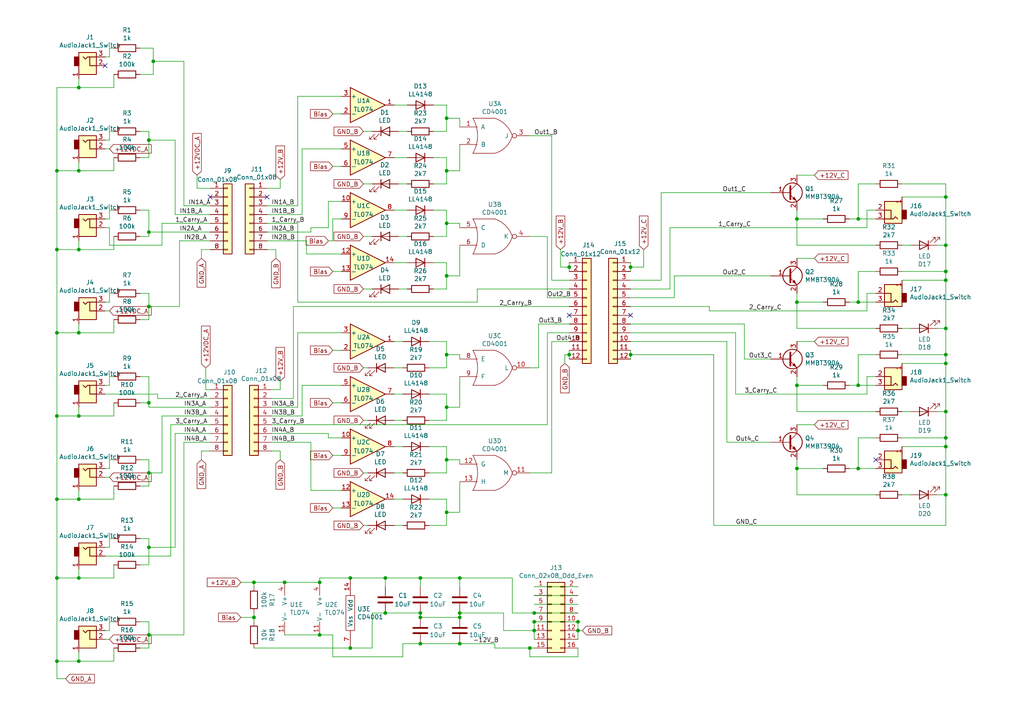
<source format=kicad_sch>
(kicad_sch (version 20250114) (generator "eeschema") (generator_version "9.0")
  (paper "A4")
  (junction (at 121.92 177.8))
  (junction (at 133.35 179.07))
  (junction (at 101.6 167.64))
  (junction (at 92.71 184.15))
  (junction (at 248.92 111.76))
  (junction (at 165.1 102.87))
  (junction (at 274.32 95.25))
  (junction (at 111.76 167.64))
  (junction (at 22.86 25.4))
  (junction (at 43.18 88.9))
  (junction (at 73.66 179.07))
  (junction (at 22.86 191.77))
  (junction (at 274.32 102.87))
  (junction (at 16.51 72.39))
  (junction (at 22.86 120.65))
  (junction (at 248.92 63.5))
  (junction (at 231.14 63.5))
  (junction (at 274.32 71.12))
  (junction (at 22.86 49.53))
  (junction (at 167.64 180.34))
  (junction (at 22.86 72.39))
  (junction (at 274.32 119.38))
  (junction (at 248.92 135.89))
  (junction (at 167.64 182.88))
  (junction (at 16.51 49.53))
  (junction (at 22.86 167.64))
  (junction (at 274.32 81.28))
  (junction (at 129.54 133.35))
  (junction (at 43.18 40.64))
  (junction (at 154.94 180.34))
  (junction (at 16.51 120.65))
  (junction (at 274.32 127))
  (junction (at 274.32 105.41))
  (junction (at 43.18 158.75))
  (junction (at 16.51 191.77))
  (junction (at 73.66 168.91))
  (junction (at 129.54 34.29))
  (junction (at 121.92 167.64))
  (junction (at 182.88 102.87))
  (junction (at 82.55 168.91))
  (junction (at 92.71 168.91))
  (junction (at 231.14 135.89))
  (junction (at 43.18 137.16))
  (junction (at 274.32 143.51))
  (junction (at 274.32 78.74))
  (junction (at 154.94 177.8))
  (junction (at 16.51 144.78))
  (junction (at 44.45 17.78))
  (junction (at 248.92 87.63))
  (junction (at 129.54 64.77))
  (junction (at 16.51 167.64))
  (junction (at 274.32 129.54))
  (junction (at 129.54 148.59))
  (junction (at 43.18 184.15))
  (junction (at 43.18 116.84))
  (junction (at 22.86 144.78))
  (junction (at 111.76 177.8))
  (junction (at 129.54 80.01))
  (junction (at 231.14 111.76))
  (junction (at 182.88 77.47))
  (junction (at 121.92 179.07))
  (junction (at 133.35 167.64))
  (junction (at 101.6 187.96))
  (junction (at 165.1 77.47))
  (junction (at 129.54 49.53))
  (junction (at 231.14 87.63))
  (junction (at 154.94 182.88))
  (junction (at 43.18 67.31))
  (junction (at 274.32 57.15))
  (junction (at 16.51 96.52))
  (junction (at 22.86 96.52))
  (junction (at 121.92 186.69))
  (junction (at 153.67 187.96))
  (junction (at 133.35 177.8))
  (junction (at 133.35 186.69))
  (junction (at 129.54 102.87))
  (junction (at 129.54 118.11))
  (no_connect (at 30.48 19.05))
  (no_connect (at 60.96 57.15))
  (no_connect (at 254 133.35))
  (no_connect (at 77.47 57.15))
  (no_connect (at 165.1 91.44))
  (no_connect (at 182.88 91.44))
  (wire (pts (xy 43.18 40.64) (xy 43.18 45.72)))
  (wire (pts (xy 129.54 45.72) (xy 129.54 49.53)))
  (wire (pts (xy 129.54 64.77) (xy 133.35 64.77)))
  (wire (pts (xy 43.18 116.84) (xy 40.64 116.84)))
  (wire (pts (xy 30.48 63.5) (xy 31.75 63.5)))
  (wire (pts (xy 158.75 96.52) (xy 165.1 96.52)))
  (wire (pts (xy 22.86 49.53) (xy 33.02 49.53)))
  (wire (pts (xy 210.82 128.27) (xy 223.52 128.27)))
  (wire (pts (xy 129.54 114.3) (xy 129.54 118.11)))
  (wire (pts (xy 167.64 180.34) (xy 154.94 180.34)))
  (wire (pts (xy 78.74 123.19) (xy 158.75 123.19)))
  (wire (pts (xy 16.51 25.4) (xy 16.51 49.53)))
  (wire (pts (xy 124.46 99.06) (xy 129.54 99.06)))
  (wire (pts (xy 195.58 80.01) (xy 223.52 80.01)))
  (wire (pts (xy 129.54 133.35) (xy 129.54 137.16)))
  (wire (pts (xy 86.36 118.11) (xy 86.36 96.52)))
  (wire (pts (xy 133.35 34.29) (xy 129.54 34.29)))
  (wire (pts (xy 114.3 99.06) (xy 116.84 99.06)))
  (wire (pts (xy 133.35 177.8) (xy 146.05 177.8)))
  (wire (pts (xy 133.35 118.11) (xy 133.35 109.22)))
  (wire (pts (xy 43.18 140.97) (xy 40.64 140.97)))
  (wire (pts (xy 43.18 67.31) (xy 43.18 68.58)))
  (wire (pts (xy 86.36 27.94) (xy 86.36 59.69)))
  (wire (pts (xy 60.96 125.73) (xy 50.8 125.73)))
  (wire (pts (xy 44.45 17.78) (xy 44.45 21.59)))
  (wire (pts (xy 82.55 184.15) (xy 92.71 184.15)))
  (wire (pts (xy 85.09 88.9) (xy 85.09 115.57)))
  (wire (pts (xy 87.63 43.18) (xy 87.63 62.23)))
  (wire (pts (xy 153.67 137.16) (xy 160.02 137.16)))
  (wire (pts (xy 22.86 191.77) (xy 16.51 191.77)))
  (wire (pts (xy 73.66 179.07) (xy 73.66 180.34)))
  (wire (pts (xy 81.28 54.61) (xy 77.47 54.61)))
  (wire (pts (xy 153.67 190.5) (xy 167.64 190.5)))
  (wire (pts (xy 165.1 102.87) (xy 165.1 104.14)))
  (wire (pts (xy 95.25 58.42) (xy 99.06 58.42)))
  (wire (pts (xy 31.75 71.12) (xy 31.75 66.04)))
  (wire (pts (xy 146.05 177.8) (xy 146.05 182.88)))
  (wire (pts (xy 274.32 95.25) (xy 274.32 102.87)))
  (wire (pts (xy 114.3 76.2) (xy 118.11 76.2)))
  (wire (pts (xy 129.54 99.06) (xy 129.54 102.87)))
  (wire (pts (xy 156.21 93.98) (xy 165.1 93.98)))
  (wire (pts (xy 86.36 96.52) (xy 99.06 96.52)))
  (wire (pts (xy 118.11 38.1) (xy 115.57 38.1)))
  (wire (pts (xy 254 78.74) (xy 248.92 78.74)))
  (wire (pts (xy 121.92 167.64) (xy 121.92 170.18)))
  (wire (pts (xy 40.64 60.96) (xy 43.18 60.96)))
  (wire (pts (xy 261.62 127) (xy 274.32 127)))
  (wire (pts (xy 153.67 187.96) (xy 153.67 190.5)))
  (wire (pts (xy 31.75 138.43) (xy 30.48 138.43)))
  (wire (pts (xy 274.32 127) (xy 274.32 129.54)))
  (wire (pts (xy 251.46 109.22) (xy 251.46 114.3)))
  (wire (pts (xy 182.88 78.74) (xy 182.88 77.47)))
  (wire (pts (xy 82.55 168.91) (xy 92.71 168.91)))
  (wire (pts (xy 254 60.96) (xy 251.46 60.96)))
  (wire (pts (xy 33.02 68.58) (xy 33.02 72.39)))
  (wire (pts (xy 95.25 66.04) (xy 95.25 58.42)))
  (wire (pts (xy 133.35 80.01) (xy 133.35 71.12)))
  (wire (pts (xy 22.86 142.24) (xy 22.86 144.78)))
  (wire (pts (xy 274.32 53.34) (xy 274.32 57.15)))
  (wire (pts (xy 95.25 125.73) (xy 95.25 127)))
  (wire (pts (xy 22.86 46.99) (xy 22.86 49.53)))
  (wire (pts (xy 165.1 81.28) (xy 160.02 81.28)))
  (wire (pts (xy 121.92 186.69) (xy 133.35 186.69)))
  (wire (pts (xy 124.46 114.3) (xy 129.54 114.3)))
  (wire (pts (xy 274.32 81.28) (xy 261.62 81.28)))
  (wire (pts (xy 22.86 191.77) (xy 33.02 191.77)))
  (wire (pts (xy 248.92 63.5) (xy 254 63.5)))
  (wire (pts (xy 96.52 69.85) (xy 95.25 69.85)))
  (wire (pts (xy 85.09 88.9) (xy 165.1 88.9)))
  (wire (pts (xy 31.75 158.75) (xy 31.75 156.21)))
  (wire (pts (xy 274.32 71.12) (xy 274.32 78.74)))
  (wire (pts (xy 31.75 180.34) (xy 33.02 180.34)))
  (wire (pts (xy 30.48 111.76) (xy 31.75 111.76)))
  (wire (pts (xy 77.47 59.69) (xy 86.36 59.69)))
  (wire (pts (xy 246.38 87.63) (xy 248.92 87.63)))
  (wire (pts (xy 31.75 13.97) (xy 33.02 13.97)))
  (wire (pts (xy 43.18 180.34) (xy 43.18 184.15)))
  (wire (pts (xy 77.47 62.23) (xy 87.63 62.23)))
  (wire (pts (xy 78.74 120.65) (xy 87.63 120.65)))
  (wire (pts (xy 153.67 106.68) (xy 156.21 106.68)))
  (wire (pts (xy 33.02 45.72) (xy 33.02 49.53)))
  (wire (pts (xy 43.18 68.58) (xy 40.64 68.58)))
  (wire (pts (xy 99.06 73.66) (xy 88.9 73.66)))
  (wire (pts (xy 121.92 177.8) (xy 121.92 179.07)))
  (wire (pts (xy 261.62 53.34) (xy 274.32 53.34)))
  (wire (pts (xy 107.95 177.8) (xy 111.76 177.8)))
  (wire (pts (xy 121.92 179.07) (xy 133.35 179.07)))
  (wire (pts (xy 52.07 69.85) (xy 52.07 88.9)))
  (wire (pts (xy 31.75 135.89) (xy 31.75 133.35)))
  (wire (pts (xy 205.74 88.9) (xy 182.88 88.9)))
  (wire (pts (xy 231.14 71.12) (xy 231.14 63.5)))
  (wire (pts (xy 271.78 71.12) (xy 274.32 71.12)))
  (wire (pts (xy 77.47 72.39) (xy 80.01 72.39)))
  (wire (pts (xy 143.51 186.69) (xy 133.35 186.69)))
  (wire (pts (xy 129.54 83.82) (xy 125.73 83.82)))
  (wire (pts (xy 99.06 132.08) (xy 96.52 132.08)))
  (wire (pts (xy 73.66 168.91) (xy 73.66 170.18)))
  (wire (pts (xy 33.02 163.83) (xy 33.02 167.64)))
  (wire (pts (xy 231.14 87.63) (xy 231.14 85.09)))
  (wire (pts (xy 44.45 13.97) (xy 44.45 17.78)))
  (wire (pts (xy 59.69 113.03) (xy 59.69 106.68)))
  (wire (pts (xy 129.54 38.1) (xy 125.73 38.1)))
  (wire (pts (xy 133.35 134.62) (xy 133.35 133.35)))
  (wire (pts (xy 44.45 17.78) (xy 53.34 17.78)))
  (wire (pts (xy 191.77 81.28) (xy 182.88 81.28)))
  (wire (pts (xy 106.68 106.68) (xy 105.41 106.68)))
  (wire (pts (xy 43.18 60.96) (xy 43.18 67.31)))
  (wire (pts (xy 182.88 102.87) (xy 207.01 102.87)))
  (wire (pts (xy 30.48 158.75) (xy 31.75 158.75)))
  (wire (pts (xy 251.46 90.17) (xy 205.74 90.17)))
  (wire (pts (xy 186.69 77.47) (xy 182.88 77.47)))
  (wire (pts (xy 106.68 137.16) (xy 105.41 137.16)))
  (wire (pts (xy 33.02 116.84) (xy 33.02 120.65)))
  (wire (pts (xy 99.06 116.84) (xy 96.52 116.84)))
  (wire (pts (xy 114.3 129.54) (xy 116.84 129.54)))
  (wire (pts (xy 133.35 102.87) (xy 129.54 102.87)))
  (wire (pts (xy 90.17 67.31) (xy 90.17 66.04)))
  (wire (pts (xy 16.51 49.53) (xy 16.51 72.39)))
  (wire (pts (xy 85.09 115.57) (xy 78.74 115.57)))
  (wire (pts (xy 43.18 118.11) (xy 43.18 116.84)))
  (wire (pts (xy 43.18 38.1) (xy 43.18 40.64)))
  (wire (pts (xy 43.18 85.09) (xy 43.18 88.9)))
  (wire (pts (xy 46.99 120.65) (xy 46.99 137.16)))
  (wire (pts (xy 154.94 187.96) (xy 153.67 187.96)))
  (wire (pts (xy 182.88 102.87) (xy 182.88 101.6)))
  (wire (pts (xy 261.62 95.25) (xy 264.16 95.25)))
  (wire (pts (xy 60.96 128.27) (xy 53.34 128.27)))
  (wire (pts (xy 158.75 68.58) (xy 158.75 86.36)))
  (wire (pts (xy 22.86 189.23) (xy 22.86 191.77)))
  (wire (pts (xy 81.28 130.81) (xy 81.28 133.35)))
  (wire (pts (xy 31.75 87.63) (xy 31.75 85.09)))
  (wire (pts (xy 182.88 77.47) (xy 182.88 76.2)))
  (wire (pts (xy 22.86 93.98) (xy 22.86 96.52)))
  (wire (pts (xy 107.95 53.34) (xy 105.41 53.34)))
  (wire (pts (xy 116.84 152.4) (xy 114.3 152.4)))
  (wire (pts (xy 158.75 86.36) (xy 165.1 86.36)))
  (wire (pts (xy 195.58 86.36) (xy 182.88 86.36)))
  (wire (pts (xy 22.86 120.65) (xy 16.51 120.65)))
  (wire (pts (xy 114.3 30.48) (xy 118.11 30.48)))
  (wire (pts (xy 156.21 106.68) (xy 156.21 93.98)))
  (wire (pts (xy 261.62 78.74) (xy 274.32 78.74)))
  (wire (pts (xy 31.75 38.1) (xy 33.02 38.1)))
  (wire (pts (xy 46.99 71.12) (xy 31.75 71.12)))
  (wire (pts (xy 231.14 74.93) (xy 236.22 74.93)))
  (wire (pts (xy 92.71 184.15) (xy 96.52 184.15)))
  (wire (pts (xy 191.77 55.88) (xy 191.77 81.28)))
  (wire (pts (xy 129.54 64.77) (xy 129.54 68.58)))
  (wire (pts (xy 153.67 68.58) (xy 158.75 68.58)))
  (wire (pts (xy 248.92 127) (xy 248.92 135.89)))
  (wire (pts (xy 167.64 177.8) (xy 154.94 177.8)))
  (wire (pts (xy 40.64 38.1) (xy 43.18 38.1)))
  (wire (pts (xy 43.18 158.75) (xy 43.18 163.83)))
  (wire (pts (xy 30.48 135.89) (xy 31.75 135.89)))
  (wire (pts (xy 165.1 77.47) (xy 165.1 76.2)))
  (wire (pts (xy 16.51 96.52) (xy 16.51 120.65)))
  (wire (pts (xy 215.9 93.98) (xy 215.9 104.14)))
  (wire (pts (xy 182.88 104.14) (xy 182.88 102.87)))
  (wire (pts (xy 92.71 167.64) (xy 101.6 167.64)))
  (wire (pts (xy 69.85 168.91) (xy 73.66 168.91)))
  (wire (pts (xy 129.54 80.01) (xy 133.35 80.01)))
  (wire (pts (xy 45.72 115.57) (xy 60.96 115.57)))
  (wire (pts (xy 118.11 68.58) (xy 115.57 68.58)))
  (wire (pts (xy 186.69 72.39) (xy 186.69 77.47)))
  (wire (pts (xy 191.77 55.88) (xy 223.52 55.88)))
  (wire (pts (xy 246.38 111.76) (xy 248.92 111.76)))
  (wire (pts (xy 129.54 106.68) (xy 124.46 106.68)))
  (wire (pts (xy 81.28 110.49) (xy 81.28 113.03)))
  (wire (pts (xy 116.84 137.16) (xy 114.3 137.16)))
  (wire (pts (xy 30.48 16.51) (xy 31.75 16.51)))
  (wire (pts (xy 22.86 165.1) (xy 22.86 167.64)))
  (wire (pts (xy 138.43 83.82) (xy 138.43 87.63)))
  (wire (pts (xy 22.86 25.4) (xy 33.02 25.4)))
  (wire (pts (xy 44.45 21.59) (xy 40.64 21.59)))
  (wire (pts (xy 78.74 118.11) (xy 86.36 118.11)))
  (wire (pts (xy 231.14 111.76) (xy 231.14 109.22)))
  (wire (pts (xy 16.51 167.64) (xy 22.86 167.64)))
  (wire (pts (xy 158.75 123.19) (xy 158.75 96.52)))
  (wire (pts (xy 33.02 92.71) (xy 33.02 96.52)))
  (wire (pts (xy 129.54 121.92) (xy 124.46 121.92)))
  (wire (pts (xy 165.1 83.82) (xy 138.43 83.82)))
  (wire (pts (xy 46.99 71.12) (xy 46.99 64.77)))
  (wire (pts (xy 99.06 101.6) (xy 96.52 101.6)))
  (wire (pts (xy 248.92 111.76) (xy 254 111.76)))
  (wire (pts (xy 60.96 120.65) (xy 46.99 120.65)))
  (wire (pts (xy 129.54 118.11) (xy 129.54 121.92)))
  (wire (pts (xy 124.46 144.78) (xy 129.54 144.78)))
  (wire (pts (xy 40.64 156.21) (xy 43.18 156.21)))
  (wire (pts (xy 168.91 182.88) (xy 167.64 182.88)))
  (wire (pts (xy 40.64 133.35) (xy 43.18 133.35)))
  (wire (pts (xy 107.95 83.82) (xy 105.41 83.82)))
  (wire (pts (xy 114.3 144.78) (xy 116.84 144.78)))
  (wire (pts (xy 154.94 182.88) (xy 154.94 185.42)))
  (wire (pts (xy 16.51 144.78) (xy 16.51 167.64)))
  (wire (pts (xy 194.31 83.82) (xy 182.88 83.82)))
  (wire (pts (xy 60.96 123.19) (xy 49.53 123.19)))
  (wire (pts (xy 231.14 135.89) (xy 231.14 133.35)))
  (wire (pts (xy 43.18 88.9) (xy 43.18 92.71)))
  (wire (pts (xy 16.51 72.39) (xy 16.51 96.52)))
  (wire (pts (xy 238.76 135.89) (xy 231.14 135.89)))
  (wire (pts (xy 69.85 179.07) (xy 73.66 179.07)))
  (wire (pts (xy 111.76 167.64) (xy 111.76 170.18)))
  (wire (pts (xy 16.51 196.85) (xy 19.05 196.85)))
  (wire (pts (xy 31.75 85.09) (xy 33.02 85.09)))
  (wire (pts (xy 248.92 102.87) (xy 248.92 111.76)))
  (wire (pts (xy 43.18 109.22) (xy 43.18 116.84)))
  (wire (pts (xy 88.9 69.85) (xy 88.9 73.66)))
  (wire (pts (xy 143.51 187.96) (xy 143.51 186.69)))
  (wire (pts (xy 129.54 137.16) (xy 124.46 137.16)))
  (wire (pts (xy 53.34 128.27) (xy 53.34 184.15)))
  (wire (pts (xy 238.76 63.5) (xy 231.14 63.5)))
  (wire (pts (xy 99.06 63.5) (xy 96.52 63.5)))
  (wire (pts (xy 114.3 45.72) (xy 118.11 45.72)))
  (wire (pts (xy 81.28 52.07) (xy 81.28 54.61)))
  (wire (pts (xy 231.14 119.38) (xy 231.14 111.76)))
  (wire (pts (xy 30.48 87.63) (xy 31.75 87.63)))
  (wire (pts (xy 22.86 25.4) (xy 16.51 25.4)))
  (wire (pts (xy 60.96 113.03) (xy 59.69 113.03)))
  (wire (pts (xy 107.95 68.58) (xy 105.41 68.58)))
  (wire (pts (xy 43.18 40.64) (xy 50.8 40.64)))
  (wire (pts (xy 116.84 190.5) (xy 116.84 186.69)))
  (wire (pts (xy 251.46 85.09) (xy 251.46 90.17)))
  (wire (pts (xy 16.51 191.77) (xy 16.51 167.64)))
  (wire (pts (xy 274.32 105.41) (xy 261.62 105.41)))
  (wire (pts (xy 22.86 96.52) (xy 33.02 96.52)))
  (wire (pts (xy 125.73 45.72) (xy 129.54 45.72)))
  (wire (pts (xy 78.74 128.27) (xy 90.17 128.27)))
  (wire (pts (xy 274.32 105.41) (xy 274.32 119.38)))
  (wire (pts (xy 261.62 57.15) (xy 274.32 57.15)))
  (wire (pts (xy 274.32 78.74) (xy 274.32 81.28)))
  (wire (pts (xy 60.96 59.69) (xy 53.34 59.69)))
  (wire (pts (xy 22.86 72.39) (xy 33.02 72.39)))
  (wire (pts (xy 254 109.22) (xy 251.46 109.22)))
  (wire (pts (xy 160.02 137.16) (xy 160.02 99.06)))
  (wire (pts (xy 49.53 123.19) (xy 49.53 161.29)))
  (wire (pts (xy 167.64 182.88) (xy 167.64 185.42)))
  (wire (pts (xy 146.05 182.88) (xy 154.94 182.88)))
  (wire (pts (xy 31.75 133.35) (xy 33.02 133.35)))
  (wire (pts (xy 125.73 60.96) (xy 129.54 60.96)))
  (wire (pts (xy 31.75 156.21) (xy 33.02 156.21)))
  (wire (pts (xy 52.07 88.9) (xy 43.18 88.9)))
  (wire (pts (xy 40.64 180.34) (xy 43.18 180.34)))
  (wire (pts (xy 246.38 135.89) (xy 248.92 135.89)))
  (wire (pts (xy 90.17 128.27) (xy 90.17 142.24)))
  (wire (pts (xy 213.36 114.3) (xy 213.36 96.52)))
  (wire (pts (xy 261.62 71.12) (xy 264.16 71.12)))
  (wire (pts (xy 271.78 143.51) (xy 274.32 143.51)))
  (wire (pts (xy 22.86 72.39) (xy 16.51 72.39)))
  (wire (pts (xy 148.59 177.8) (xy 148.59 167.64)))
  (wire (pts (xy 22.86 22.86) (xy 22.86 25.4)))
  (wire (pts (xy 33.02 140.97) (xy 33.02 144.78)))
  (wire (pts (xy 165.1 78.74) (xy 165.1 77.47)))
  (wire (pts (xy 238.76 111.76) (xy 231.14 111.76)))
  (wire (pts (xy 22.86 96.52) (xy 16.51 96.52)))
  (wire (pts (xy 160.02 81.28) (xy 160.02 39.37)))
  (wire (pts (xy 271.78 95.25) (xy 274.32 95.25)))
  (wire (pts (xy 125.73 76.2) (xy 129.54 76.2)))
  (wire (pts (xy 43.18 133.35) (xy 43.18 137.16)))
  (wire (pts (xy 58.42 130.81) (xy 58.42 133.35)))
  (wire (pts (xy 129.54 144.78) (xy 129.54 148.59)))
  (wire (pts (xy 78.74 125.73) (xy 95.25 125.73)))
  (wire (pts (xy 60.96 67.31) (xy 43.18 67.31)))
  (wire (pts (xy 274.32 119.38) (xy 274.32 127)))
  (wire (pts (xy 254 119.38) (xy 231.14 119.38)))
  (wire (pts (xy 160.02 99.06) (xy 165.1 99.06)))
  (wire (pts (xy 31.75 40.64) (xy 31.75 38.1)))
  (wire (pts (xy 133.35 64.77) (xy 133.35 66.04)))
  (wire (pts (xy 22.86 49.53) (xy 16.51 49.53)))
  (wire (pts (xy 60.96 130.81) (xy 58.42 130.81)))
  (wire (pts (xy 271.78 119.38) (xy 274.32 119.38)))
  (wire (pts (xy 116.84 106.68) (xy 114.3 106.68)))
  (wire (pts (xy 248.92 87.63) (xy 254 87.63)))
  (wire (pts (xy 16.51 196.85) (xy 16.51 191.77)))
  (wire (pts (xy 114.3 60.96) (xy 118.11 60.96)))
  (wire (pts (xy 248.92 135.89) (xy 254 135.89)))
  (wire (pts (xy 118.11 53.34) (xy 115.57 53.34)))
  (wire (pts (xy 124.46 129.54) (xy 129.54 129.54)))
  (wire (pts (xy 210.82 99.06) (xy 210.82 128.27)))
  (wire (pts (xy 50.8 40.64) (xy 50.8 62.23)))
  (wire (pts (xy 31.75 63.5) (xy 31.75 60.96)))
  (wire (pts (xy 60.96 69.85) (xy 52.07 69.85)))
  (wire (pts (xy 30.48 161.29) (xy 49.53 161.29)))
  (wire (pts (xy 274.32 81.28) (xy 274.32 95.25)))
  (wire (pts (xy 22.86 118.11) (xy 22.86 120.65)))
  (wire (pts (xy 194.31 66.04) (xy 194.31 83.82)))
  (wire (pts (xy 40.64 13.97) (xy 44.45 13.97)))
  (wire (pts (xy 60.96 54.61) (xy 57.15 54.61)))
  (wire (pts (xy 261.62 143.51) (xy 264.16 143.51)))
  (wire (pts (xy 30.48 43.18) (xy 31.75 43.18)))
  (wire (pts (xy 31.75 111.76) (xy 31.75 109.22)))
  (wire (pts (xy 167.64 175.26) (xy 154.94 175.26)))
  (wire (pts (xy 31.75 90.17) (xy 30.48 90.17)))
  (wire (pts (xy 58.42 72.39) (xy 58.42 74.93)))
  (wire (pts (xy 118.11 83.82) (xy 115.57 83.82)))
  (wire (pts (xy 99.06 48.26) (xy 96.52 48.26)))
  (wire (pts (xy 46.99 137.16) (xy 43.18 137.16)))
  (wire (pts (xy 129.54 60.96) (xy 129.54 64.77)))
  (wire (pts (xy 22.86 144.78) (xy 33.02 144.78)))
  (wire (pts (xy 231.14 143.51) (xy 231.14 135.89)))
  (wire (pts (xy 31.75 66.04) (xy 30.48 66.04)))
  (wire (pts (xy 138.43 87.63) (xy 86.36 87.63)))
  (wire (pts (xy 33.02 187.96) (xy 33.02 191.77)))
  (wire (pts (xy 129.54 129.54) (xy 129.54 133.35)))
  (wire (pts (xy 43.18 163.83) (xy 40.64 163.83)))
  (wire (pts (xy 129.54 68.58) (xy 125.73 68.58)))
  (wire (pts (xy 78.74 130.81) (xy 81.28 130.81)))
  (wire (pts (xy 248.92 78.74) (xy 248.92 87.63)))
  (wire (pts (xy 129.54 76.2) (xy 129.54 80.01)))
  (wire (pts (xy 125.73 30.48) (xy 129.54 30.48)))
  (wire (pts (xy 182.88 99.06) (xy 210.82 99.06)))
  (wire (pts (xy 43.18 137.16) (xy 43.18 140.97)))
  (wire (pts (xy 96.52 184.15) (xy 96.52 190.5)))
  (wire (pts (xy 43.18 184.15) (xy 43.18 187.96)))
  (wire (pts (xy 43.18 45.72) (xy 40.64 45.72)))
  (wire (pts (xy 60.96 62.23) (xy 50.8 62.23)))
  (wire (pts (xy 96.52 190.5) (xy 116.84 190.5)))
  (wire (pts (xy 215.9 104.14) (xy 223.52 104.14)))
  (wire (pts (xy 194.31 66.04) (xy 251.46 66.04)))
  (wire (pts (xy 101.6 187.96) (xy 107.95 187.96)))
  (wire (pts (xy 129.54 148.59) (xy 133.35 148.59)))
  (wire (pts (xy 231.14 95.25) (xy 231.14 87.63)))
  (wire (pts (xy 248.92 63.5) (xy 248.92 53.34)))
  (wire (pts (xy 207.01 102.87) (xy 207.01 152.4)))
  (wire (pts (xy 254 85.09) (xy 251.46 85.09)))
  (wire (pts (xy 207.01 152.4) (xy 274.32 152.4)))
  (wire (pts (xy 251.46 60.96) (xy 251.46 66.04)))
  (wire (pts (xy 254 95.25) (xy 231.14 95.25)))
  (wire (pts (xy 86.36 64.77) (xy 86.36 87.63)))
  (wire (pts (xy 22.86 167.64) (xy 33.02 167.64)))
  (wire (pts (xy 80.01 72.39) (xy 80.01 74.93)))
  (wire (pts (xy 154.94 182.88) (xy 154.94 180.34)))
  (wire (pts (xy 33.02 21.59) (xy 33.02 25.4)))
  (wire (pts (xy 31.75 16.51) (xy 31.75 13.97)))
  (wire (pts (xy 165.1 102.87) (xy 163.83 102.87)))
  (wire (pts (xy 254 71.12) (xy 231.14 71.12)))
  (wire (pts (xy 153.67 187.96) (xy 143.51 187.96)))
  (wire (pts (xy 205.74 90.17) (xy 205.74 88.9)))
  (wire (pts (xy 92.71 168.91) (xy 92.71 167.64)))
  (wire (pts (xy 116.84 121.92) (xy 114.3 121.92)))
  (wire (pts (xy 162.56 72.39) (xy 162.56 77.47)))
  (wire (pts (xy 99.06 33.02) (xy 96.52 33.02)))
  (wire (pts (xy 133.35 177.8) (xy 133.35 179.07)))
  (wire (pts (xy 43.18 156.21) (xy 43.18 158.75)))
  (wire (pts (xy 129.54 118.11) (xy 133.35 118.11)))
  (wire (pts (xy 133.35 49.53) (xy 133.35 41.91)))
  (wire (pts (xy 167.64 170.18) (xy 154.94 170.18)))
  (wire (pts (xy 73.66 177.8) (xy 73.66 179.07)))
  (wire (pts (xy 121.92 167.64) (xy 133.35 167.64)))
  (wire (pts (xy 46.99 64.77) (xy 60.96 64.77)))
  (wire (pts (xy 236.22 123.19) (xy 231.14 123.19)))
  (wire (pts (xy 129.54 49.53) (xy 129.54 53.34)))
  (wire (pts (xy 50.8 158.75) (xy 43.18 158.75)))
  (wire (pts (xy 96.52 63.5) (xy 96.52 69.85)))
  (wire (pts (xy 31.75 182.88) (xy 31.75 180.34)))
  (wire (pts (xy 22.86 120.65) (xy 33.02 120.65)))
  (wire (pts (xy 246.38 63.5) (xy 248.92 63.5)))
  (wire (pts (xy 53.34 184.15) (xy 43.18 184.15)))
  (wire (pts (xy 31.75 185.42) (xy 30.48 185.42)))
  (wire (pts (xy 31.75 60.96) (xy 33.02 60.96)))
  (wire (pts (xy 153.67 39.37) (xy 160.02 39.37)))
  (wire (pts (xy 90.17 66.04) (xy 95.25 66.04)))
  (wire (pts (xy 254 102.87) (xy 248.92 102.87)))
  (wire (pts (xy 154.94 177.8) (xy 148.59 177.8)))
  (wire (pts (xy 111.76 177.8) (xy 121.92 177.8)))
  (wire (pts (xy 22.86 144.78) (xy 16.51 144.78)))
  (wire (pts (xy 254 127) (xy 248.92 127)))
  (wire (pts (xy 231.14 99.06) (xy 236.22 99.06)))
  (wire (pts (xy 129.54 49.53) (xy 133.35 49.53)))
  (wire (pts (xy 43.18 187.96) (xy 40.64 187.96)))
  (wire (pts (xy 50.8 125.73) (xy 50.8 158.75)))
  (wire (pts (xy 60.96 118.11) (xy 43.18 118.11)))
  (wire (pts (xy 254 143.51) (xy 231.14 143.51)))
  (wire (pts (xy 165.1 101.6) (xy 165.1 102.87)))
  (wire (pts (xy 16.51 120.65) (xy 16.51 144.78)))
  (wire (pts (xy 77.47 69.85) (xy 88.9 69.85)))
  (wire (pts (xy 60.96 72.39) (xy 58.42 72.39)))
  (wire (pts (xy 251.46 114.3) (xy 213.36 114.3)))
  (wire (pts (xy 129.54 102.87) (xy 129.54 106.68)))
  (wire (pts (xy 101.6 167.64) (xy 111.76 167.64)))
  (wire (pts (xy 116.84 186.69) (xy 121.92 186.69)))
  (wire (pts (xy 167.64 180.34) (xy 167.64 182.88)))
  (wire (pts (xy 129.54 53.34) (xy 125.73 53.34)))
  (wire (pts (xy 162.56 77.47) (xy 165.1 77.47)))
  (wire (pts (xy 129.54 148.59) (xy 129.54 152.4)))
  (wire (pts (xy 248.92 53.34) (xy 254 53.34)))
  (wire (pts (xy 231.14 63.5) (xy 231.14 60.96)))
  (wire (pts (xy 73.66 168.91) (xy 82.55 168.91)))
  (wire (pts (xy 274.32 57.15) (xy 274.32 71.12)))
  (wire (pts (xy 238.76 87.63) (xy 231.14 87.63)))
  (wire (pts (xy 99.06 147.32) (xy 96.52 147.32)))
  (wire (pts (xy 31.75 109.22) (xy 33.02 109.22)))
  (wire (pts (xy 107.95 38.1) (xy 105.41 38.1)))
  (wire (pts (xy 86.36 27.94) (xy 99.06 27.94)))
  (wire (pts (xy 45.72 115.57) (xy 45.72 114.3)))
  (wire (pts (xy 148.59 167.64) (xy 133.35 167.64)))
  (wire (pts (xy 133.35 167.64) (xy 133.35 170.18)))
  (wire (pts (xy 231.14 50.8) (xy 236.22 50.8)))
  (wire (pts (xy 86.36 64.77) (xy 77.47 64.77)))
  (wire (pts (xy 81.28 113.03) (xy 78.74 113.03)))
  (wire (pts (xy 95.25 127) (xy 99.06 127)))
  (wire (pts (xy 106.68 152.4) (xy 105.41 152.4)))
  (wire (pts (xy 77.47 67.31) (xy 90.17 67.31)))
  (wire (pts (xy 22.86 69.85) (xy 22.86 72.39)))
  (wire (pts (xy 167.64 190.5) (xy 167.64 187.96)))
  (wire (pts (xy 111.76 167.64) (xy 121.92 167.64)))
  (wire (pts (xy 274.32 143.51) (xy 274.32 129.54)))
  (wire (pts (xy 133.35 133.35) (xy 129.54 133.35)))
  (wire (pts (xy 87.63 43.18) (xy 99.06 43.18)))
  (wire (pts (xy 182.88 96.52) (xy 213.36 96.52)))
  (wire (pts (xy 87.63 111.76) (xy 87.63 120.65)))
  (wire (pts (xy 182.88 93.98) (xy 215.9 93.98)))
  (wire (pts (xy 57.15 54.61) (xy 57.15 50.8)))
  (wire (pts (xy 45.72 114.3) (xy 30.48 114.3)))
  (wire (pts (xy 73.66 187.96) (xy 101.6 187.96)))
  (wire (pts (xy 40.64 85.09) (xy 43.18 85.09)))
  (wire (pts (xy 114.3 114.3) (xy 116.84 114.3)))
  (wire (pts (xy 90.17 142.24) (xy 99.06 142.24)))
  (wire (pts (xy 133.35 148.59) (xy 133.35 139.7)))
  (wire (pts (xy 154.94 172.72) (xy 167.64 172.72)))
  (wire (pts (xy 87.63 111.76) (xy 99.06 111.76)))
  (wire (pts (xy 195.58 80.01) (xy 195.58 86.36)))
  (wire (pts (xy 163.83 102.87) (xy 163.83 105.41)))
  (wire (pts (xy 274.32 129.54) (xy 261.62 129.54)))
  (wire (pts (xy 261.62 119.38) (xy 264.16 119.38)))
  (wire (pts (xy 40.64 109.22) (xy 43.18 109.22)))
  (wire (pts (xy 129.54 152.4) (xy 124.46 152.4)))
  (wire (pts (xy 106.68 121.92) (xy 105.41 121.92)))
  (wire (pts (xy 30.48 182.88) (xy 31.75 182.88)))
  (wire (pts (xy 30.48 40.64) (xy 31.75 40.64)))
  (wire (pts (xy 274.32 102.87) (xy 274.32 105.41)))
  (wire (pts (xy 133.35 36.83) (xy 133.35 34.29)))
  (wire (pts (xy 43.18 92.71) (xy 40.64 92.71)))
  (wire (pts (xy 107.95 187.96) (xy 107.95 177.8)))
  (wire (pts (xy 129.54 34.29) (xy 129.54 38.1)))
  (wire (pts (xy 99.06 78.74) (xy 96.52 78.74)))
  (wire (pts (xy 129.54 80.01) (xy 129.54 83.82)))
  (wire (pts (xy 53.34 17.78) (xy 53.34 59.69)))
  (wire (pts (xy 261.62 102.87) (xy 274.32 102.87)))
  (wire (pts (xy 274.32 152.4) (xy 274.32 143.51)))
  (wire (pts (xy 129.54 30.48) (xy 129.54 34.29)))
  (wire (pts (xy 133.35 104.14) (xy 133.35 102.87)))
  (label "IN1B_B" (at 78.74 62.23 0))
  (label "Out1_C" (at 209.55 55.88 0))
  (label "IN1A_B" (at 78.74 59.69 0))
  (label "IN4A_B" (at 78.74 125.73 0))
  (label "Out3_B" (at 156.21 93.98 0))
  (label "1_Carry_C" (at 208.28 66.04 0))
  (label "3_Carry_C" (at 215.9 114.3 0))
  (label "Out4_C" (at 213.36 128.27 0))
  (label "IN3B_B" (at 78.74 120.65 0))
  (label "IN3A_A" (at 53.34 118.11 0))
  (label "3_Carry_A" (at 50.8 123.19 0))
  (label "IN1B_A" (at 52.07 62.23 0))
  (label "IN4B_B" (at 78.74 128.27 0))
  (label "IN2B_A" (at 53.34 69.85 0))
  (label "1_Carry_B" (at 78.74 64.77 0))
  (label "1_Carry_A" (at 50.8 64.77 0))
  (label "-12V_B" (at 137.16 186.69 0))
  (label "IN2A_B" (at 78.74 67.31 0))
  (label "Out1_B" (at 154.94 39.37 0))
  (label "Out3_C" (at 217.17 104.14 0))
  (label "IN3B_A" (at 53.34 120.65 0))
  (label "2_Carry_C" (at 217.17 90.17 0))
  (label "Out4_B" (at 161.29 99.06 0))
  (label "2_Carry_B" (at 144.78 88.9 0))
  (label "IN2A_A" (at 52.07 67.31 0))
  (label "IN4A_A" (at 53.34 125.73 0))
  (label "IN3A_B" (at 78.74 118.11 0))
  (label "IN4B_A" (at 53.34 128.27 0))
  (label "GND_C" (at 213.36 152.4 0))
  (label "3_Carry_B" (at 78.74 123.19 0))
  (label "IN2B_B" (at 78.74 69.85 0))
  (label "Out2_C" (at 209.55 80.01 0))
  (label "Out2_B" (at 158.75 86.36 0))
  (label "2_Carry_A" (at 50.8 115.57 0))
  (label "IN1A_A" (at 54.61 59.69 0))
  (global_label "+12V_C" (shape input) (at 236.22 123.19 0) (property "Intersheetrefs" "${INTERSHEET_REFS}" (effects (hide yes))))
  (global_label "+12VDC_A" (shape input) (at 57.15 50.8 90) (property "Intersheetrefs" "${INTERSHEET_REFS}" (effects (hide yes))))
  (global_label "Bias" (shape input) (at 96.52 78.74 180) (property "Intersheetrefs" "${INTERSHEET_REFS}" (effects (hide yes))))
  (global_label "+12V_C" (shape input) (at 236.22 74.93 0) (property "Intersheetrefs" "${INTERSHEET_REFS}" (effects (hide yes))))
  (global_label "GND_A" (shape input) (at 58.42 133.35 270) (property "Intersheetrefs" "${INTERSHEET_REFS}" (effects (hide yes))))
  (global_label "+12V_B" (shape input) (at 69.85 168.91 180) (property "Intersheetrefs" "${INTERSHEET_REFS}" (effects (hide yes))))
  (global_label "Bias" (shape input) (at 95.25 69.85 180) (property "Intersheetrefs" "${INTERSHEET_REFS}" (effects (hide yes))))
  (global_label "GND_B" (shape input) (at 105.41 152.4 180) (property "Intersheetrefs" "${INTERSHEET_REFS}" (effects (hide yes))))
  (global_label "+12VDC_A" (shape input) (at 31.75 43.18 0) (property "Intersheetrefs" "${INTERSHEET_REFS}" (effects (hide yes))))
  (global_label "GND_B" (shape input) (at 168.91 182.88 0) (property "Intersheetrefs" "${INTERSHEET_REFS}" (effects (hide yes))))
  (global_label "Bias" (shape input) (at 96.52 33.02 180) (property "Intersheetrefs" "${INTERSHEET_REFS}" (effects (hide yes))))
  (global_label "Bias" (shape input) (at 69.85 179.07 180) (property "Intersheetrefs" "${INTERSHEET_REFS}" (effects (hide yes))))
  (global_label "Bias" (shape input) (at 96.52 116.84 180) (property "Intersheetrefs" "${INTERSHEET_REFS}" (effects (hide yes))))
  (global_label "GND_B" (shape input) (at 105.41 137.16 180) (property "Intersheetrefs" "${INTERSHEET_REFS}" (effects (hide yes))))
  (global_label "GND_A" (shape input) (at 58.42 74.93 270) (property "Intersheetrefs" "${INTERSHEET_REFS}" (effects (hide yes))))
  (global_label "GND_B" (shape input) (at 80.01 74.93 270) (property "Intersheetrefs" "${INTERSHEET_REFS}" (effects (hide yes))))
  (global_label "Bias" (shape input) (at 96.52 48.26 180) (property "Intersheetrefs" "${INTERSHEET_REFS}" (effects (hide yes))))
  (global_label "+12V_B" (shape input) (at 81.28 110.49 90) (property "Intersheetrefs" "${INTERSHEET_REFS}" (effects (hide yes))))
  (global_label "+12VDC_A" (shape input) (at 59.69 106.68 90) (property "Intersheetrefs" "${INTERSHEET_REFS}" (effects (hide yes))))
  (global_label "GND_B" (shape input) (at 105.41 38.1 180) (property "Intersheetrefs" "${INTERSHEET_REFS}" (effects (hide yes))))
  (global_label "+12V_C" (shape input) (at 236.22 99.06 0) (property "Intersheetrefs" "${INTERSHEET_REFS}" (effects (hide yes))))
  (global_label "GND_B" (shape input) (at 105.41 121.92 180) (property "Intersheetrefs" "${INTERSHEET_REFS}" (effects (hide yes))))
  (global_label "Bias" (shape input) (at 96.52 147.32 180) (property "Intersheetrefs" "${INTERSHEET_REFS}" (effects (hide yes))))
  (global_label "+12V_C" (shape input) (at 186.69 72.39 90) (property "Intersheetrefs" "${INTERSHEET_REFS}" (effects (hide yes))))
  (global_label "Bias" (shape input) (at 96.52 132.08 180) (property "Intersheetrefs" "${INTERSHEET_REFS}" (effects (hide yes))))
  (global_label "+12VDC_A" (shape input) (at 31.75 185.42 0) (property "Intersheetrefs" "${INTERSHEET_REFS}" (effects (hide yes))))
  (global_label "GND_A" (shape input) (at 19.05 196.85 0) (property "Intersheetrefs" "${INTERSHEET_REFS}" (effects (hide yes))))
  (global_label "+12VDC_A" (shape input) (at 31.75 138.43 0) (property "Intersheetrefs" "${INTERSHEET_REFS}" (effects (hide yes))))
  (global_label "GND_B" (shape input) (at 105.41 106.68 180) (property "Intersheetrefs" "${INTERSHEET_REFS}" (effects (hide yes))))
  (global_label "Bias" (shape input) (at 96.52 101.6 180) (property "Intersheetrefs" "${INTERSHEET_REFS}" (effects (hide yes))))
  (global_label "GND_B" (shape input) (at 105.41 68.58 180) (property "Intersheetrefs" "${INTERSHEET_REFS}" (effects (hide yes))))
  (global_label "+12VDC_A" (shape input) (at 31.75 90.17 0) (property "Intersheetrefs" "${INTERSHEET_REFS}" (effects (hide yes))))
  (global_label "GND_B" (shape input) (at 163.83 105.41 270) (property "Intersheetrefs" "${INTERSHEET_REFS}" (effects (hide yes))))
  (global_label "GND_B" (shape input) (at 105.41 53.34 180) (property "Intersheetrefs" "${INTERSHEET_REFS}" (effects (hide yes))))
  (global_label "GND_B" (shape input) (at 105.41 83.82 180) (property "Intersheetrefs" "${INTERSHEET_REFS}" (effects (hide yes))))
  (global_label "+12V_C" (shape input) (at 236.22 50.8 0) (property "Intersheetrefs" "${INTERSHEET_REFS}" (effects (hide yes))))
  (global_label "GND_B" (shape input) (at 81.28 133.35 270) (property "Intersheetrefs" "${INTERSHEET_REFS}" (effects (hide yes))))
  (global_label "+12V_B" (shape input) (at 81.28 52.07 90) (property "Intersheetrefs" "${INTERSHEET_REFS}" (effects (hide yes))))
  (global_label "+12V_B" (shape input) (at 162.56 72.39 90) (property "Intersheetrefs" "${INTERSHEET_REFS}" (effects (hide yes))))
  (symbol (lib_id "Connector_Generic:Conn_02x08_Odd_Even") (at 160.02 177.8 0) (unit 1)
    (property "Reference" "J13" (at 161.29 164.6682 0))
    (property "Value" "Conn_02x08_Odd_Even" (at 161.29 166.9796 0))
    (property "Footprint" "Pin_Headers:Pin_Header_Straight_2x08_Pitch2.54mm" (effects (hide yes)))
  )
  (symbol (lib_id "Custom_Lib:AudioJack1_Switch") (at 25.4 19.05 0) (unit 1)
    (property "Reference" "J1" (at 26.1112 10.795 0))
    (property "Value" "AudioJack1_Switch" (at 26.1112 13.1064 0))
    (property "Footprint" "Custom_Library:Mono_Jack_3.5mm_Switch_Switchcraft_35RAPC2AH3" (effects (hide yes)))
  )
  (symbol (lib_id "Custom_Lib:AudioJack1_Switch") (at 259.08 60.96 180) (unit 1)
    (property "Reference" "J16" (at 263.8552 59.7154 0) (effects (justify right)))
    (property "Value" "AudioJack1_Switch" (at 263.8552 62.0268 0) (effects (justify right)))
    (property "Footprint" "Custom_Library:Mono_Jack_3.5mm_Switch_Switchcraft_35RAPC2AH3" (effects (hide yes)))
  )
  (symbol (lib_id "Custom_Lib:AudioJack1_Switch") (at 259.08 85.09 180) (unit 1)
    (property "Reference" "J17" (at 263.8552 83.8454 0) (effects (justify right)))
    (property "Value" "AudioJack1_Switch" (at 263.8552 86.1568 0) (effects (justify right)))
    (property "Footprint" "Custom_Library:Mono_Jack_3.5mm_Switch_Switchcraft_35RAPC2AH3" (effects (hide yes)))
  )
  (symbol (lib_id "Custom_Lib:AudioJack1_Switch") (at 259.08 133.35 180) (unit 1)
    (property "Reference" "J19" (at 263.8552 132.1054 0) (effects (justify right)))
    (property "Value" "AudioJack1_Switch" (at 263.8552 134.4168 0) (effects (justify right)))
    (property "Footprint" "Custom_Library:Mono_Jack_3.5mm_Switch_Switchcraft_35RAPC2AH3" (effects (hide yes)))
  )
  (symbol (lib_id "Custom_Lib:AudioJack1_Switch") (at 259.08 109.22 180) (unit 1)
    (property "Reference" "J18" (at 263.8552 107.9754 0) (effects (justify right)))
    (property "Value" "AudioJack1_Switch" (at 263.8552 110.2868 0) (effects (justify right)))
    (property "Footprint" "Custom_Library:Mono_Jack_3.5mm_Switch_Switchcraft_35RAPC2AH3" (effects (hide yes)))
  )
  (symbol (lib_id "Device:C") (at 121.92 173.99 180) (unit 1)
    (property "Reference" "C2" (at 127 172.72 0))
    (property "Value" "10uF" (at 127 175.26 0))
    (property "Footprint" "Capacitors_SMD:C_1210_HandSoldering" (effects (hide yes)))
  )
  (symbol (lib_id "Device:LED") (at 267.97 71.12 180) (unit 1)
    (property "Reference" "D17" (at 268.1478 76.6064 0))
    (property "Value" "LED" (at 268.1478 74.295 0))
    (property "Footprint" "LEDs:LED_Rectangular_W3.9mm_H1.9mm" (effects (hide yes)))
  )
  (symbol (lib_id "Device:R") (at 257.81 71.12 270) (unit 1)
    (property "Reference" "R32" (at 257.81 65.8622 90))
    (property "Value" "2k7" (at 257.81 68.1736 90))
    (property "Footprint" "Resistors_SMD:R_1210_HandSoldering" (effects (hide yes)))
  )
  (symbol (lib_id "Device:LED") (at 267.97 95.25 180) (unit 1)
    (property "Reference" "D18" (at 268.1478 100.7364 0))
    (property "Value" "LED" (at 268.1478 98.425 0))
    (property "Footprint" "LEDs:LED_Rectangular_W3.9mm_H1.9mm" (effects (hide yes)))
  )
  (symbol (lib_id "Device:LED") (at 267.97 119.38 180) (unit 1)
    (property "Reference" "D19" (at 268.1478 124.8664 0))
    (property "Value" "LED" (at 268.1478 122.555 0))
    (property "Footprint" "LEDs:LED_Rectangular_W3.9mm_H1.9mm" (effects (hide yes)))
  )
  (symbol (lib_id "Device:LED") (at 267.97 143.51 180) (unit 1)
    (property "Reference" "D20" (at 268.1478 148.9964 0))
    (property "Value" "LED" (at 268.1478 146.685 0))
    (property "Footprint" "LEDs:LED_Rectangular_W3.9mm_H1.9mm" (effects (hide yes)))
  )
  (symbol (lib_id "Device:R") (at 257.81 78.74 270) (unit 1)
    (property "Reference" "R33" (at 257.81 73.4822 90))
    (property "Value" "1k" (at 257.81 75.7936 90))
    (property "Footprint" "Resistors_SMD:R_1210_HandSoldering" (effects (hide yes)))
  )
  (symbol (lib_id "Connector_Generic:Conn_01x08") (at 66.04 62.23 0) (unit 1)
    (property "Reference" "J9" (at 64.77 49.53 0) (effects (justify left)))
    (property "Value" "Conn_01x08" (at 57.15 52.07 0) (effects (justify left)))
    (property "Footprint" "Pin_Headers:Pin_Header_Straight_1x08_Pitch2.54mm" (effects (hide yes)))
  )
  (symbol (lib_id "Connector_Generic:Conn_01x08") (at 72.39 62.23 0) (mirror y) (unit 1)
    (property "Reference" "J11" (at 74.4728 49.0982 0))
    (property "Value" "Conn_01x08" (at 74.4728 51.4096 0))
    (property "Footprint" "Pin_Headers:Pin_Header_Straight_1x08_Pitch2.54mm" (effects (hide yes)))
  )
  (symbol (lib_id "Device:R") (at 257.81 95.25 270) (unit 1)
    (property "Reference" "R34" (at 257.81 89.9922 90))
    (property "Value" "2k7" (at 257.81 92.3036 90))
    (property "Footprint" "Resistors_SMD:R_1210_HandSoldering" (effects (hide yes)))
  )
  (symbol (lib_id "Device:R") (at 257.81 119.38 270) (unit 1)
    (property "Reference" "R36" (at 257.81 114.1222 90))
    (property "Value" "2k7" (at 257.81 116.4336 90))
    (property "Footprint" "Resistors_SMD:R_1210_HandSoldering" (effects (hide yes)))
  )
  (symbol (lib_id "Device:R") (at 257.81 143.51 270) (unit 1)
    (property "Reference" "R38" (at 257.81 138.2522 90))
    (property "Value" "2k7" (at 257.81 140.5636 90))
    (property "Footprint" "Resistors_SMD:R_1210_HandSoldering" (effects (hide yes)))
  )
  (symbol (lib_id "Device:R") (at 257.81 102.87 270) (unit 1)
    (property "Reference" "R35" (at 257.81 97.6122 90))
    (property "Value" "1k" (at 257.81 99.9236 90))
    (property "Footprint" "Resistors_SMD:R_1210_HandSoldering" (effects (hide yes)))
  )
  (symbol (lib_id "Device:R") (at 257.81 127 270) (unit 1)
    (property "Reference" "R37" (at 257.81 121.7422 90))
    (property "Value" "1k" (at 257.81 124.0536 90))
    (property "Footprint" "Resistors_SMD:R_1210_HandSoldering" (effects (hide yes)))
  )
  (symbol (lib_id "Device:R") (at 257.81 53.34 270) (unit 1)
    (property "Reference" "R31" (at 257.81 48.0822 90))
    (property "Value" "1k" (at 257.81 50.3936 90))
    (property "Footprint" "Resistors_SMD:R_1210_HandSoldering" (effects (hide yes)))
  )
  (symbol (lib_id "Device:R") (at 242.57 63.5 270) (unit 1)
    (property "Reference" "R27" (at 242.57 58.2422 90))
    (property "Value" "1k" (at 242.57 60.5536 90))
    (property "Footprint" "Resistors_SMD:R_1210_HandSoldering" (effects (hide yes)))
  )
  (symbol (lib_id "Device:R") (at 242.57 87.63 270) (unit 1)
    (property "Reference" "R28" (at 242.57 82.3722 90))
    (property "Value" "1k" (at 242.57 84.6836 90))
    (property "Footprint" "Resistors_SMD:R_1210_HandSoldering" (effects (hide yes)))
  )
  (symbol (lib_id "Device:R") (at 242.57 111.76 270) (unit 1)
    (property "Reference" "R29" (at 242.57 106.5022 90))
    (property "Value" "1k" (at 242.57 108.8136 90))
    (property "Footprint" "Resistors_SMD:R_1210_HandSoldering" (effects (hide yes)))
  )
  (symbol (lib_id "Device:R") (at 242.57 135.89 270) (unit 1)
    (property "Reference" "R30" (at 242.57 130.6322 90))
    (property "Value" "1k" (at 242.57 132.9436 90))
    (property "Footprint" "Resistors_SMD:R_1210_HandSoldering" (effects (hide yes)))
  )
  (symbol (lib_id "Diode:LL4148") (at 121.92 30.48 180) (unit 1)
    (property "Reference" "D13" (at 121.92 24.9936 0))
    (property "Value" "LL4148" (at 121.92 27.305 0))
    (property "Footprint" "Diodes_SMD:D_MiniMELF_Handsoldering" (effects (hide yes)))
    (property "Datasheet" "http://www.vishay.com/docs/85557/ll4148.pdf" (effects (hide yes)))
  )
  (symbol (lib_id "Diode:LL4148") (at 121.92 45.72 180) (unit 1)
    (property "Reference" "D14" (at 121.92 40.2336 0))
    (property "Value" "LL4148" (at 121.92 42.545 0))
    (property "Footprint" "Diodes_SMD:D_MiniMELF_Handsoldering" (effects (hide yes)))
    (property "Datasheet" "http://www.vishay.com/docs/85557/ll4148.pdf" (effects (hide yes)))
  )
  (symbol (lib_id "Diode:LL4148") (at 121.92 60.96 180) (unit 1)
    (property "Reference" "D15" (at 121.92 55.4736 0))
    (property "Value" "LL4148" (at 121.92 57.785 0))
    (property "Footprint" "Diodes_SMD:D_MiniMELF_Handsoldering" (effects (hide yes)))
    (property "Datasheet" "http://www.vishay.com/docs/85557/ll4148.pdf" (effects (hide yes)))
  )
  (symbol (lib_id "Diode:LL4148") (at 121.92 76.2 180) (unit 1)
    (property "Reference" "D16" (at 121.92 70.7136 0))
    (property "Value" "LL4148" (at 121.92 73.025 0))
    (property "Footprint" "Diodes_SMD:D_MiniMELF_Handsoldering" (effects (hide yes)))
    (property "Datasheet" "http://www.vishay.com/docs/85557/ll4148.pdf" (effects (hide yes)))
  )
  (symbol (lib_id "Diode:LL4148") (at 120.65 99.06 180) (unit 1)
    (property "Reference" "D9" (at 120.65 93.5736 0))
    (property "Value" "LL4148" (at 120.65 95.885 0))
    (property "Footprint" "Diodes_SMD:D_MiniMELF_Handsoldering" (effects (hide yes)))
    (property "Datasheet" "http://www.vishay.com/docs/85557/ll4148.pdf" (effects (hide yes)))
  )
  (symbol (lib_id "Diode:LL4148") (at 120.65 114.3 180) (unit 1)
    (property "Reference" "D10" (at 120.65 108.8136 0))
    (property "Value" "LL4148" (at 120.65 111.125 0))
    (property "Footprint" "Diodes_SMD:D_MiniMELF_Handsoldering" (effects (hide yes)))
    (property "Datasheet" "http://www.vishay.com/docs/85557/ll4148.pdf" (effects (hide yes)))
  )
  (symbol (lib_id "Custom_Lib:CD4001") (at 143.51 39.37 0) (unit 1)
    (property "Reference" "U3" (at 143.51 30.099 0))
    (property "Value" "CD4001" (at 143.51 32.4104 0))
    (property "Footprint" "Housings_SOIC:SOIC-14_3.9x8.7mm_Pitch1.27mm" (effects (hide yes)))
    (property "Datasheet" "https://www.ti.com/lit/ds/symlink/cd4001ub.pdf" (effects (hide yes)))
  )
  (symbol (lib_id "Diode:LL4148") (at 120.65 129.54 180) (unit 1)
    (property "Reference" "D11" (at 120.65 124.0536 0))
    (property "Value" "LL4148" (at 120.65 126.365 0))
    (property "Footprint" "Diodes_SMD:D_MiniMELF_Handsoldering" (effects (hide yes)))
    (property "Datasheet" "http://www.vishay.com/docs/85557/ll4148.pdf" (effects (hide yes)))
  )
  (symbol (lib_id "Custom_Lib:CD4001") (at 143.51 68.58 0) (unit 2)
    (property "Reference" "U3" (at 143.51 59.309 0))
    (property "Value" "CD4001" (at 143.51 61.6204 0))
    (property "Footprint" "Housings_SOIC:SOIC-14_3.9x8.7mm_Pitch1.27mm" (effects (hide yes)))
    (property "Datasheet" "https://www.ti.com/lit/ds/symlink/cd4001ub.pdf" (effects (hide yes)))
  )
  (symbol (lib_id "Diode:LL4148") (at 120.65 144.78 180) (unit 1)
    (property "Reference" "D12" (at 120.65 139.2936 0))
    (property "Value" "LL4148" (at 120.65 141.605 0))
    (property "Footprint" "Diodes_SMD:D_MiniMELF_Handsoldering" (effects (hide yes)))
    (property "Datasheet" "http://www.vishay.com/docs/85557/ll4148.pdf" (effects (hide yes)))
  )
  (symbol (lib_id "Custom_Lib:CD4001") (at 143.51 106.68 0) (unit 3)
    (property "Reference" "U3" (at 143.51 97.409 0))
    (property "Value" "CD4001" (at 143.51 99.7204 0))
    (property "Footprint" "Housings_SOIC:SOIC-14_3.9x8.7mm_Pitch1.27mm" (effects (hide yes)))
    (property "Datasheet" "https://www.ti.com/lit/ds/symlink/cd4001ub.pdf" (effects (hide yes)))
  )
  (symbol (lib_id "Transistor_BJT:MMBT3904") (at 228.6 55.88 0) (unit 1)
    (property "Reference" "Q1" (at 233.4514 54.7116 0) (effects (justify left)))
    (property "Value" "MMBT3904" (at 233.4514 57.023 0) (effects (justify left)))
    (property "Footprint" "TO_SOT_Packages_SMD:SOT-23" (effects (hide yes)))
    (property "Datasheet" "https://www.fairchildsemi.com/datasheets/2N/2N3904.pdf" (effects (hide yes)))
  )
  (symbol (lib_id "Custom_Lib:CD4001") (at 143.51 137.16 0) (unit 4)
    (property "Reference" "U3" (at 143.51 127.889 0))
    (property "Value" "CD4001" (at 143.51 130.2004 0))
    (property "Footprint" "Housings_SOIC:SOIC-14_3.9x8.7mm_Pitch1.27mm" (effects (hide yes)))
    (property "Datasheet" "https://www.ti.com/lit/ds/symlink/cd4001ub.pdf" (effects (hide yes)))
  )
  (symbol (lib_id "Transistor_BJT:MMBT3904") (at 228.6 80.01 0) (unit 1)
    (property "Reference" "Q2" (at 233.4514 78.8416 0) (effects (justify left)))
    (property "Value" "MMBT3904" (at 233.4514 81.153 0) (effects (justify left)))
    (property "Footprint" "TO_SOT_Packages_SMD:SOT-23" (effects (hide yes)))
    (property "Datasheet" "https://www.fairchildsemi.com/datasheets/2N/2N3904.pdf" (effects (hide yes)))
  )
  (symbol (lib_id "Transistor_BJT:MMBT3904") (at 228.6 104.14 0) (unit 1)
    (property "Reference" "Q3" (at 233.4514 102.9716 0) (effects (justify left)))
    (property "Value" "MMBT3904" (at 233.4514 105.283 0) (effects (justify left)))
    (property "Footprint" "TO_SOT_Packages_SMD:SOT-23" (effects (hide yes)))
    (property "Datasheet" "https://www.fairchildsemi.com/datasheets/2N/2N3904.pdf" (effects (hide yes)))
  )
  (symbol (lib_id "Transistor_BJT:MMBT3904") (at 228.6 128.27 0) (unit 1)
    (property "Reference" "Q4" (at 233.4514 127.1016 0) (effects (justify left)))
    (property "Value" "MMBT3904" (at 233.4514 129.413 0) (effects (justify left)))
    (property "Footprint" "TO_SOT_Packages_SMD:SOT-23" (effects (hide yes)))
    (property "Datasheet" "https://www.fairchildsemi.com/datasheets/2N/2N3904.pdf" (effects (hide yes)))
  )
  (symbol (lib_id "Custom_Lib:CD4001") (at 101.6 177.8 0) (unit 5)
    (property "Reference" "U3" (at 103.5812 176.6316 0) (effects (justify left)))
    (property "Value" "CD4001" (at 103.5812 178.943 0) (effects (justify left)))
    (property "Footprint" "Housings_SOIC:SOIC-14_3.9x8.7mm_Pitch1.27mm" (effects (hide yes)))
    (property "Datasheet" "https://www.ti.com/lit/ds/symlink/cd4001ub.pdf" (effects (hide yes)))
  )
  (symbol (lib_id "Amplifier_Operational:TL074") (at 106.68 30.48 0) (unit 1)
    (property "Reference" "U1" (at 105.41 29.21 0))
    (property "Value" "TL074" (at 105.41 31.75 0))
    (property "Footprint" "Housings_SOIC:SOIC-14_3.9x8.7mm_Pitch1.27mm" (effects (hide yes)))
    (property "Datasheet" "http://www.ti.com/lit/ds/symlink/tl071.pdf" (effects (hide yes)))
  )
  (symbol (lib_id "Amplifier_Operational:TL074") (at 106.68 45.72 0) (unit 2)
    (property "Reference" "U1" (at 105.41 44.45 0))
    (property "Value" "TL074" (at 105.41 46.99 0))
    (property "Footprint" "Housings_SOIC:SOIC-14_3.9x8.7mm_Pitch1.27mm" (effects (hide yes)))
    (property "Datasheet" "http://www.ti.com/lit/ds/symlink/tl071.pdf" (effects (hide yes)))
  )
  (symbol (lib_id "Amplifier_Operational:TL074") (at 106.68 60.96 0) (unit 3)
    (property "Reference" "U1" (at 105.41 59.69 0))
    (property "Value" "TL074" (at 105.41 62.23 0))
    (property "Footprint" "Housings_SOIC:SOIC-14_3.9x8.7mm_Pitch1.27mm" (effects (hide yes)))
    (property "Datasheet" "http://www.ti.com/lit/ds/symlink/tl071.pdf" (effects (hide yes)))
  )
  (symbol (lib_id "Amplifier_Operational:TL074") (at 106.68 76.2 0) (unit 4)
    (property "Reference" "U1" (at 105.41 74.93 0))
    (property "Value" "TL074" (at 105.41 77.47 0))
    (property "Footprint" "Housings_SOIC:SOIC-14_3.9x8.7mm_Pitch1.27mm" (effects (hide yes)))
    (property "Datasheet" "http://www.ti.com/lit/ds/symlink/tl071.pdf" (effects (hide yes)))
  )
  (symbol (lib_id "Amplifier_Operational:TL074") (at 85.09 176.53 0) (unit 5)
    (property "Reference" "U1" (at 84.0232 175.3616 0) (effects (justify left)))
    (property "Value" "TL074" (at 84.0232 177.673 0) (effects (justify left)))
    (property "Footprint" "Housings_SOIC:SOIC-14_3.9x8.7mm_Pitch1.27mm" (effects (hide yes)))
    (property "Datasheet" "http://www.ti.com/lit/ds/symlink/tl071.pdf" (effects (hide yes)))
  )
  (symbol (lib_id "Amplifier_Operational:TL074") (at 106.68 99.06 0) (unit 1)
    (property "Reference" "U2" (at 105.41 97.79 0))
    (property "Value" "TL074" (at 105.41 100.33 0))
    (property "Footprint" "Housings_SOIC:SOIC-14_3.9x8.7mm_Pitch1.27mm" (effects (hide yes)))
    (property "Datasheet" "http://www.ti.com/lit/ds/symlink/tl071.pdf" (effects (hide yes)))
  )
  (symbol (lib_id "Amplifier_Operational:TL074") (at 106.68 114.3 0) (unit 2)
    (property "Reference" "U2" (at 105.41 113.03 0))
    (property "Value" "TL074" (at 105.41 115.57 0))
    (property "Footprint" "Housings_SOIC:SOIC-14_3.9x8.7mm_Pitch1.27mm" (effects (hide yes)))
    (property "Datasheet" "http://www.ti.com/lit/ds/symlink/tl071.pdf" (effects (hide yes)))
  )
  (symbol (lib_id "Amplifier_Operational:TL074") (at 106.68 129.54 0) (unit 3)
    (property "Reference" "U2" (at 105.41 128.27 0))
    (property "Value" "TL074" (at 105.41 130.81 0))
    (property "Footprint" "Housings_SOIC:SOIC-14_3.9x8.7mm_Pitch1.27mm" (effects (hide yes)))
    (property "Datasheet" "http://www.ti.com/lit/ds/symlink/tl071.pdf" (effects (hide yes)))
  )
  (symbol (lib_id "Amplifier_Operational:TL074") (at 106.68 144.78 0) (unit 4)
    (property "Reference" "U2" (at 105.41 143.51 0))
    (property "Value" "TL074" (at 105.41 146.05 0))
    (property "Footprint" "Housings_SOIC:SOIC-14_3.9x8.7mm_Pitch1.27mm" (effects (hide yes)))
    (property "Datasheet" "http://www.ti.com/lit/ds/symlink/tl071.pdf" (effects (hide yes)))
  )
  (symbol (lib_id "Amplifier_Operational:TL074") (at 95.25 176.53 0) (unit 5)
    (property "Reference" "U2" (at 94.1832 175.3616 0) (effects (justify left)))
    (property "Value" "TL074" (at 94.1832 177.673 0) (effects (justify left)))
    (property "Footprint" "Housings_SOIC:SOIC-14_3.9x8.7mm_Pitch1.27mm" (effects (hide yes)))
    (property "Datasheet" "http://www.ti.com/lit/ds/symlink/tl071.pdf" (effects (hide yes)))
  )
  (symbol (lib_id "Connector_Generic:Conn_01x12") (at 170.18 88.9 0) (unit 1)
    (property "Reference" "J14" (at 168.91 71.12 0) (effects (justify left)))
    (property "Value" "Conn_01x12" (at 162.56 73.66 0) (effects (justify left)))
    (property "Footprint" "Pin_Headers:Pin_Header_Straight_1x12_Pitch2.54mm" (effects (hide yes)))
  )
  (symbol (lib_id "Connector_Generic:Conn_01x12") (at 177.8 88.9 0) (mirror y) (unit 1)
    (property "Reference" "J15" (at 179.8828 70.6882 0))
    (property "Value" "Conn_01x12" (at 179.8828 72.9996 0))
    (property "Footprint" "Pin_Headers:Pin_Header_Straight_1x12_Pitch2.54mm" (effects (hide yes)))
  )
  (symbol (lib_id "Device:R") (at 36.83 13.97 270) (unit 1)
    (property "Reference" "R1" (at 36.83 8.7122 90))
    (property "Value" "1k" (at 36.83 11.0236 90))
    (property "Footprint" "Resistors_SMD:R_1210_HandSoldering" (effects (hide yes)))
  )
  (symbol (lib_id "Device:R") (at 36.83 21.59 270) (unit 1)
    (property "Reference" "R2" (at 36.83 16.3322 90))
    (property "Value" "100k" (at 36.83 18.6436 90))
    (property "Footprint" "Resistors_SMD:R_1210_HandSoldering" (effects (hide yes)))
  )
  (symbol (lib_id "Device:LED") (at 111.76 38.1 0) (unit 1)
    (property "Reference" "D1" (at 111.5822 32.6136 0))
    (property "Value" "LED" (at 111.5822 34.925 0))
    (property "Footprint" "LEDs:LED_Rectangular_W3.9mm_H1.9mm" (effects (hide yes)))
  )
  (symbol (lib_id "Custom_Lib:AudioJack1_Switch") (at 25.4 43.18 0) (unit 1)
    (property "Reference" "J2" (at 26.1112 34.925 0))
    (property "Value" "AudioJack1_Switch" (at 26.1112 37.2364 0))
    (property "Footprint" "Custom_Library:Mono_Jack_3.5mm_Switch_Switchcraft_35RAPC2AH3" (effects (hide yes)))
  )
  (symbol (lib_id "Device:R") (at 36.83 38.1 270) (unit 1)
    (property "Reference" "R3" (at 36.83 32.8422 90))
    (property "Value" "1k" (at 36.83 35.1536 90))
    (property "Footprint" "Resistors_SMD:R_1210_HandSoldering" (effects (hide yes)))
  )
  (symbol (lib_id "Device:R") (at 36.83 45.72 270) (unit 1)
    (property "Reference" "R4" (at 36.83 40.4622 90))
    (property "Value" "100k" (at 36.83 42.7736 90))
    (property "Footprint" "Resistors_SMD:R_1210_HandSoldering" (effects (hide yes)))
  )
  (symbol (lib_id "Device:LED") (at 111.76 53.34 0) (unit 1)
    (property "Reference" "D2" (at 111.5822 47.8536 0))
    (property "Value" "LED" (at 111.5822 50.165 0))
    (property "Footprint" "LEDs:LED_Rectangular_W3.9mm_H1.9mm" (effects (hide yes)))
  )
  (symbol (lib_id "Custom_Lib:AudioJack1_Switch") (at 25.4 66.04 0) (unit 1)
    (property "Reference" "J3" (at 26.1112 57.785 0))
    (property "Value" "AudioJack1_Switch" (at 26.1112 60.0964 0))
    (property "Footprint" "Custom_Library:Mono_Jack_3.5mm_Switch_Switchcraft_35RAPC2AH3" (effects (hide yes)))
  )
  (symbol (lib_id "Device:R") (at 36.83 60.96 270) (unit 1)
    (property "Reference" "R5" (at 36.83 55.7022 90))
    (property "Value" "1k" (at 36.83 58.0136 90))
    (property "Footprint" "Resistors_SMD:R_1210_HandSoldering" (effects (hide yes)))
  )
  (symbol (lib_id "Device:R") (at 36.83 68.58 270) (unit 1)
    (property "Reference" "R6" (at 36.83 63.3222 90))
    (property "Value" "100k" (at 36.83 65.6336 90))
    (property "Footprint" "Resistors_SMD:R_1210_HandSoldering" (effects (hide yes)))
  )
  (symbol (lib_id "Device:LED") (at 111.76 68.58 0) (unit 1)
    (property "Reference" "D3" (at 111.5822 63.0936 0))
    (property "Value" "LED" (at 111.5822 65.405 0))
    (property "Footprint" "LEDs:LED_Rectangular_W3.9mm_H1.9mm" (effects (hide yes)))
  )
  (symbol (lib_id "Custom_Lib:AudioJack1_Switch") (at 25.4 90.17 0) (unit 1)
    (property "Reference" "J4" (at 26.1112 81.915 0))
    (property "Value" "AudioJack1_Switch" (at 26.1112 84.2264 0))
    (property "Footprint" "Custom_Library:Mono_Jack_3.5mm_Switch_Switchcraft_35RAPC2AH3" (effects (hide yes)))
  )
  (symbol (lib_id "Device:R") (at 36.83 85.09 270) (unit 1)
    (property "Reference" "R7" (at 36.83 79.8322 90))
    (property "Value" "1k" (at 36.83 82.1436 90))
    (property "Footprint" "Resistors_SMD:R_1210_HandSoldering" (effects (hide yes)))
  )
  (symbol (lib_id "Device:R") (at 36.83 92.71 270) (unit 1)
    (property "Reference" "R8" (at 36.83 87.4522 90))
    (property "Value" "100k" (at 36.83 89.7636 90))
    (property "Footprint" "Resistors_SMD:R_1210_HandSoldering" (effects (hide yes)))
  )
  (symbol (lib_id "Device:LED") (at 111.76 83.82 0) (unit 1)
    (property "Reference" "D4" (at 111.5822 78.3336 0))
    (property "Value" "LED" (at 111.5822 80.645 0))
    (property "Footprint" "LEDs:LED_Rectangular_W3.9mm_H1.9mm" (effects (hide yes)))
  )
  (symbol (lib_id "Custom_Lib:AudioJack1_Switch") (at 25.4 114.3 0) (unit 1)
    (property "Reference" "J5" (at 26.1112 106.045 0))
    (property "Value" "AudioJack1_Switch" (at 26.1112 108.3564 0))
    (property "Footprint" "Custom_Library:Mono_Jack_3.5mm_Switch_Switchcraft_35RAPC2AH3" (effects (hide yes)))
  )
  (symbol (lib_id "Device:R") (at 36.83 109.22 270) (unit 1)
    (property "Reference" "R9" (at 36.83 103.9622 90))
    (property "Value" "1k" (at 36.83 106.2736 90))
    (property "Footprint" "Resistors_SMD:R_1210_HandSoldering" (effects (hide yes)))
  )
  (symbol (lib_id "Device:R") (at 36.83 116.84 270) (unit 1)
    (property "Reference" "R10" (at 36.83 111.5822 90))
    (property "Value" "100k" (at 36.83 113.8936 90))
    (property "Footprint" "Resistors_SMD:R_1210_HandSoldering" (effects (hide yes)))
  )
  (symbol (lib_id "Device:LED") (at 110.49 106.68 0) (unit 1)
    (property "Reference" "D5" (at 110.3122 101.1936 0))
    (property "Value" "LED" (at 110.3122 103.505 0))
    (property "Footprint" "LEDs:LED_Rectangular_W3.9mm_H1.9mm" (effects (hide yes)))
  )
  (symbol (lib_id "Custom_Lib:AudioJack1_Switch") (at 25.4 138.43 0) (unit 1)
    (property "Reference" "J6" (at 26.1112 130.175 0))
    (property "Value" "AudioJack1_Switch" (at 26.1112 132.4864 0))
    (property "Footprint" "Custom_Library:Mono_Jack_3.5mm_Switch_Switchcraft_35RAPC2AH3" (effects (hide yes)))
  )
  (symbol (lib_id "Device:R") (at 36.83 133.35 270) (unit 1)
    (property "Reference" "R11" (at 36.83 128.0922 90))
    (property "Value" "1k" (at 36.83 130.4036 90))
    (property "Footprint" "Resistors_SMD:R_1210_HandSoldering" (effects (hide yes)))
  )
  (symbol (lib_id "Device:R") (at 36.83 140.97 270) (unit 1)
    (property "Reference" "R12" (at 36.83 135.7122 90))
    (property "Value" "100k" (at 36.83 138.0236 90))
    (property "Footprint" "Resistors_SMD:R_1210_HandSoldering" (effects (hide yes)))
  )
  (symbol (lib_id "Device:LED") (at 110.49 121.92 0) (unit 1)
    (property "Reference" "D6" (at 110.3122 116.4336 0))
    (property "Value" "LED" (at 110.3122 118.745 0))
    (property "Footprint" "LEDs:LED_Rectangular_W3.9mm_H1.9mm" (effects (hide yes)))
  )
  (symbol (lib_id "Custom_Lib:AudioJack1_Switch") (at 25.4 161.29 0) (unit 1)
    (property "Reference" "J7" (at 26.1112 153.035 0))
    (property "Value" "AudioJack1_Switch" (at 26.1112 155.3464 0))
    (property "Footprint" "Custom_Library:Mono_Jack_3.5mm_Switch_Switchcraft_35RAPC2AH3" (effects (hide yes)))
  )
  (symbol (lib_id "Device:R") (at 36.83 156.21 270) (unit 1)
    (property "Reference" "R13" (at 36.83 150.9522 90))
    (property "Value" "1k" (at 36.83 153.2636 90))
    (property "Footprint" "Resistors_SMD:R_1210_HandSoldering" (effects (hide yes)))
  )
  (symbol (lib_id "Device:R") (at 36.83 163.83 270) (unit 1)
    (property "Reference" "R14" (at 36.83 158.5722 90))
    (property "Value" "100k" (at 36.83 160.8836 90))
    (property "Footprint" "Resistors_SMD:R_1210_HandSoldering" (effects (hide yes)))
  )
  (symbol (lib_id "Device:LED") (at 110.49 137.16 0) (unit 1)
    (property "Reference" "D7" (at 110.3122 131.6736 0))
    (property "Value" "LED" (at 110.3122 133.985 0))
    (property "Footprint" "LEDs:LED_Rectangular_W3.9mm_H1.9mm" (effects (hide yes)))
  )
  (symbol (lib_id "Custom_Lib:AudioJack1_Switch") (at 25.4 185.42 0) (unit 1)
    (property "Reference" "J8" (at 26.1112 177.165 0))
    (property "Value" "AudioJack1_Switch" (at 26.1112 179.4764 0))
    (property "Footprint" "Custom_Library:Mono_Jack_3.5mm_Switch_Switchcraft_35RAPC2AH3" (effects (hide yes)))
  )
  (symbol (lib_id "Device:R") (at 36.83 180.34 270) (unit 1)
    (property "Reference" "R15" (at 36.83 175.0822 90))
    (property "Value" "1k" (at 36.83 177.3936 90))
    (property "Footprint" "Resistors_SMD:R_1210_HandSoldering" (effects (hide yes)))
  )
  (symbol (lib_id "Device:R") (at 36.83 187.96 270) (unit 1)
    (property "Reference" "R16" (at 36.83 182.7022 90))
    (property "Value" "100k" (at 36.83 185.0136 90))
    (property "Footprint" "Resistors_SMD:R_1210_HandSoldering" (effects (hide yes)))
  )
  (symbol (lib_id "Device:LED") (at 110.49 152.4 0) (unit 1)
    (property "Reference" "D8" (at 110.3122 146.9136 0))
    (property "Value" "LED" (at 110.3122 149.225 0))
    (property "Footprint" "LEDs:LED_Rectangular_W3.9mm_H1.9mm" (effects (hide yes)))
  )
  (symbol (lib_id "Connector_Generic:Conn_01x08") (at 66.04 120.65 0) (unit 1)
    (property "Reference" "J10" (at 64.77 107.95 0) (effects (justify left)))
    (property "Value" "Conn_01x08" (at 57.15 110.49 0) (effects (justify left)))
    (property "Footprint" "Pin_Headers:Pin_Header_Straight_1x08_Pitch2.54mm" (effects (hide yes)))
  )
  (symbol (lib_id "Connector_Generic:Conn_01x08") (at 73.66 120.65 0) (mirror y) (unit 1)
    (property "Reference" "J12" (at 75.7428 107.5182 0))
    (property "Value" "Conn_01x08" (at 75.7428 109.8296 0))
    (property "Footprint" "Pin_Headers:Pin_Header_Straight_1x08_Pitch2.54mm" (effects (hide yes)))
  )
  (symbol (lib_id "Device:C") (at 121.92 182.88 180) (unit 1)
    (property "Reference" "C3" (at 127 181.61 0))
    (property "Value" "10uF" (at 127 184.15 0))
    (property "Footprint" "Capacitors_SMD:C_1210_HandSoldering" (effects (hide yes)))
  )
  (symbol (lib_id "Device:C") (at 133.35 173.99 180) (unit 1)
    (property "Reference" "C4" (at 138.43 172.72 0))
    (property "Value" "10uF" (at 138.43 175.26 0))
    (property "Footprint" "Capacitors_SMD:C_1210_HandSoldering" (effects (hide yes)))
  )
  (symbol (lib_id "Device:C") (at 133.35 182.88 180) (unit 1)
    (property "Reference" "C5" (at 138.43 181.61 0))
    (property "Value" "10uF" (at 138.43 184.15 0))
    (property "Footprint" "Capacitors_SMD:C_1210_HandSoldering" (effects (hide yes)))
  )
  (symbol (lib_id "Device:C") (at 111.76 173.99 180) (unit 1)
    (property "Reference" "C1" (at 116.84 172.72 0))
    (property "Value" "10uF" (at 116.84 175.26 0))
    (property "Footprint" "Capacitors_SMD:C_1210_HandSoldering" (effects (hide yes)))
  )
  (symbol (lib_id "Device:R") (at 120.65 152.4 270) (unit 1)
    (property "Reference" "R22" (at 120.65 147.1422 90))
    (property "Value" "2k7" (at 120.65 149.4536 90))
    (property "Footprint" "Resistors_SMD:R_1210_HandSoldering" (effects (hide yes)))
  )
  (symbol (lib_id "Device:R") (at 120.65 137.16 270) (unit 1)
    (property "Reference" "R21" (at 120.65 131.9022 90))
    (property "Value" "2k7" (at 120.65 134.2136 90))
    (property "Footprint" "Resistors_SMD:R_1210_HandSoldering" (effects (hide yes)))
  )
  (symbol (lib_id "Device:R") (at 120.65 121.92 270) (unit 1)
    (property "Reference" "R20" (at 120.65 116.6622 90))
    (property "Value" "2k7" (at 120.65 118.9736 90))
    (property "Footprint" "Resistors_SMD:R_1210_HandSoldering" (effects (hide yes)))
  )
  (symbol (lib_id "Device:R") (at 120.65 106.68 270) (unit 1)
    (property "Reference" "R19" (at 120.65 101.4222 90))
    (property "Value" "2k7" (at 120.65 103.7336 90))
    (property "Footprint" "Resistors_SMD:R_1210_HandSoldering" (effects (hide yes)))
  )
  (symbol (lib_id "Device:R") (at 121.92 83.82 270) (unit 1)
    (property "Reference" "R26" (at 121.92 78.5622 90))
    (property "Value" "2k7" (at 121.92 80.8736 90))
    (property "Footprint" "Resistors_SMD:R_1210_HandSoldering" (effects (hide yes)))
  )
  (symbol (lib_id "Device:R") (at 121.92 68.58 270) (unit 1)
    (property "Reference" "R25" (at 121.92 63.3222 90))
    (property "Value" "2k7" (at 121.92 65.6336 90))
    (property "Footprint" "Resistors_SMD:R_1210_HandSoldering" (effects (hide yes)))
  )
  (symbol (lib_id "Device:R") (at 121.92 53.34 270) (unit 1)
    (property "Reference" "R24" (at 121.92 48.0822 90))
    (property "Value" "2k7" (at 121.92 50.3936 90))
    (property "Footprint" "Resistors_SMD:R_1210_HandSoldering" (effects (hide yes)))
  )
  (symbol (lib_id "Device:R") (at 121.92 38.1 270) (unit 1)
    (property "Reference" "R23" (at 121.92 32.8422 90))
    (property "Value" "2k7" (at 121.92 35.1536 90))
    (property "Footprint" "Resistors_SMD:R_1210_HandSoldering" (effects (hide yes)))
  )
  (symbol (lib_id "Device:R") (at 73.66 173.99 180) (unit 1)
    (property "Reference" "R17" (at 78.9178 173.99 90))
    (property "Value" "100k" (at 76.6064 173.99 90))
    (property "Footprint" "Resistors_SMD:R_1210_HandSoldering" (effects (hide yes)))
  )
  (symbol (lib_id "Device:R") (at 73.66 184.15 180) (unit 1)
    (property "Reference" "R18" (at 78.9178 184.15 90))
    (property "Value" "10k" (at 76.6064 184.15 90))
    (property "Footprint" "Resistors_SMD:R_1210_HandSoldering" (effects (hide yes)))
  )
)
</source>
